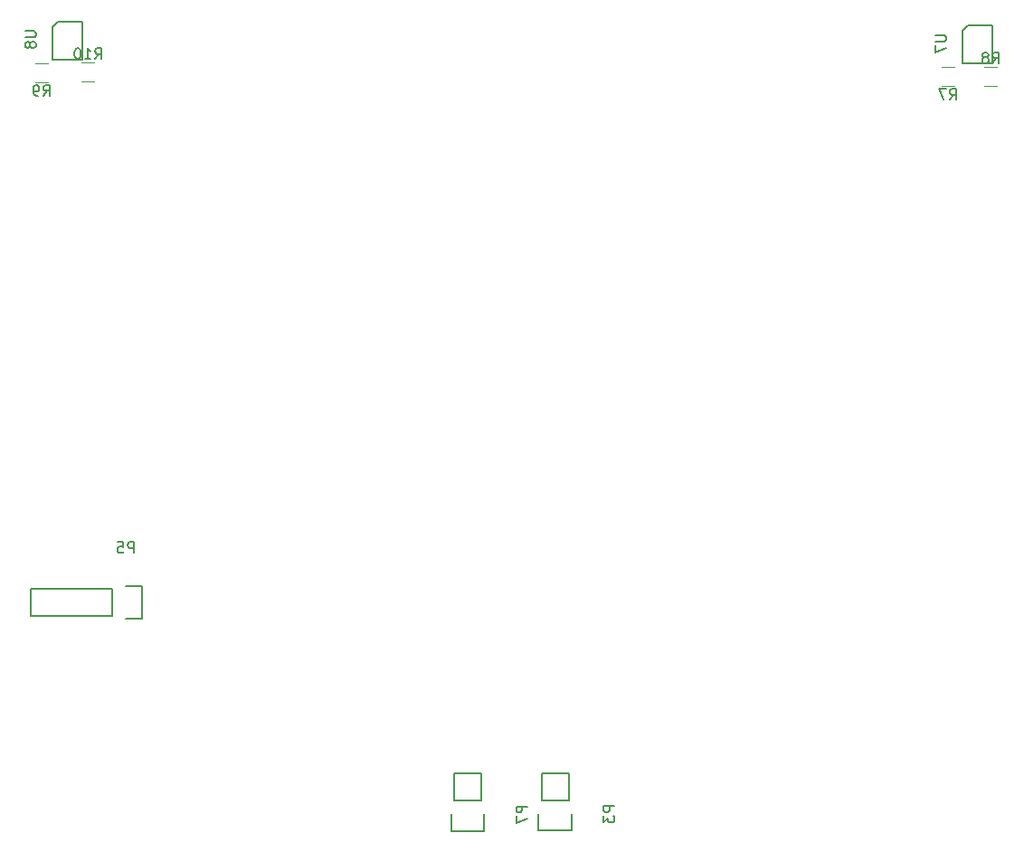
<source format=gbr>
G04 #@! TF.FileFunction,Legend,Bot*
%FSLAX46Y46*%
G04 Gerber Fmt 4.6, Leading zero omitted, Abs format (unit mm)*
G04 Created by KiCad (PCBNEW 4.0.4-stable) date 11/02/17 14:02:35*
%MOMM*%
%LPD*%
G01*
G04 APERTURE LIST*
%ADD10C,0.100000*%
%ADD11C,0.150000*%
%ADD12C,0.120000*%
G04 APERTURE END LIST*
D10*
D11*
X110020000Y-114950000D02*
X102400000Y-114950000D01*
X110020000Y-117490000D02*
X102400000Y-117490000D01*
X112840000Y-117770000D02*
X111290000Y-117770000D01*
X102400000Y-114950000D02*
X102400000Y-117490000D01*
X110020000Y-117490000D02*
X110020000Y-114950000D01*
X111290000Y-114670000D02*
X112840000Y-114670000D01*
X112840000Y-114670000D02*
X112840000Y-117770000D01*
X149930000Y-137580000D02*
X149930000Y-136030000D01*
X150210000Y-132220000D02*
X150210000Y-134760000D01*
X150210000Y-134760000D02*
X152750000Y-134760000D01*
X153030000Y-136030000D02*
X153030000Y-137580000D01*
X153030000Y-137580000D02*
X149930000Y-137580000D01*
X152750000Y-134760000D02*
X152750000Y-132220000D01*
X152750000Y-132220000D02*
X150210000Y-132220000D01*
X141740000Y-137600000D02*
X141740000Y-136050000D01*
X142020000Y-132240000D02*
X142020000Y-134780000D01*
X142020000Y-134780000D02*
X144560000Y-134780000D01*
X144840000Y-136050000D02*
X144840000Y-137600000D01*
X144840000Y-137600000D02*
X141740000Y-137600000D01*
X144560000Y-134780000D02*
X144560000Y-132240000D01*
X144560000Y-132240000D02*
X142020000Y-132240000D01*
X192432000Y-65756000D02*
X192432000Y-62200000D01*
X192432000Y-62200000D02*
X190146000Y-62200000D01*
X190146000Y-62200000D02*
X189638000Y-62708000D01*
X189638000Y-65756000D02*
X192388000Y-65756000D01*
X189638000Y-62700000D02*
X189638000Y-65700000D01*
X107232000Y-65366000D02*
X107232000Y-61810000D01*
X107232000Y-61810000D02*
X104946000Y-61810000D01*
X104946000Y-61810000D02*
X104438000Y-62318000D01*
X104438000Y-65366000D02*
X107188000Y-65366000D01*
X104438000Y-62310000D02*
X104438000Y-65310000D01*
D12*
X188850000Y-66120000D02*
X187650000Y-66120000D01*
X187650000Y-67880000D02*
X188850000Y-67880000D01*
X191650000Y-67880000D02*
X192850000Y-67880000D01*
X192850000Y-66120000D02*
X191650000Y-66120000D01*
X104000000Y-65740000D02*
X102800000Y-65740000D01*
X102800000Y-67500000D02*
X104000000Y-67500000D01*
X107170000Y-67460000D02*
X108370000Y-67460000D01*
X108370000Y-65700000D02*
X107170000Y-65700000D01*
D11*
X112028095Y-111572381D02*
X112028095Y-110572381D01*
X111647142Y-110572381D01*
X111551904Y-110620000D01*
X111504285Y-110667619D01*
X111456666Y-110762857D01*
X111456666Y-110905714D01*
X111504285Y-111000952D01*
X111551904Y-111048571D01*
X111647142Y-111096190D01*
X112028095Y-111096190D01*
X110551904Y-110572381D02*
X111028095Y-110572381D01*
X111075714Y-111048571D01*
X111028095Y-111000952D01*
X110932857Y-110953333D01*
X110694761Y-110953333D01*
X110599523Y-111000952D01*
X110551904Y-111048571D01*
X110504285Y-111143810D01*
X110504285Y-111381905D01*
X110551904Y-111477143D01*
X110599523Y-111524762D01*
X110694761Y-111572381D01*
X110932857Y-111572381D01*
X111028095Y-111524762D01*
X111075714Y-111477143D01*
X157032381Y-135291905D02*
X156032381Y-135291905D01*
X156032381Y-135672858D01*
X156080000Y-135768096D01*
X156127619Y-135815715D01*
X156222857Y-135863334D01*
X156365714Y-135863334D01*
X156460952Y-135815715D01*
X156508571Y-135768096D01*
X156556190Y-135672858D01*
X156556190Y-135291905D01*
X156032381Y-136196667D02*
X156032381Y-136815715D01*
X156413333Y-136482381D01*
X156413333Y-136625239D01*
X156460952Y-136720477D01*
X156508571Y-136768096D01*
X156603810Y-136815715D01*
X156841905Y-136815715D01*
X156937143Y-136768096D01*
X156984762Y-136720477D01*
X157032381Y-136625239D01*
X157032381Y-136339524D01*
X156984762Y-136244286D01*
X156937143Y-136196667D01*
X148842381Y-135311905D02*
X147842381Y-135311905D01*
X147842381Y-135692858D01*
X147890000Y-135788096D01*
X147937619Y-135835715D01*
X148032857Y-135883334D01*
X148175714Y-135883334D01*
X148270952Y-135835715D01*
X148318571Y-135788096D01*
X148366190Y-135692858D01*
X148366190Y-135311905D01*
X147842381Y-136216667D02*
X147842381Y-136883334D01*
X148842381Y-136454762D01*
X187080381Y-63124095D02*
X187889905Y-63124095D01*
X187985143Y-63171714D01*
X188032762Y-63219333D01*
X188080381Y-63314571D01*
X188080381Y-63505048D01*
X188032762Y-63600286D01*
X187985143Y-63647905D01*
X187889905Y-63695524D01*
X187080381Y-63695524D01*
X187080381Y-64076476D02*
X187080381Y-64743143D01*
X188080381Y-64314571D01*
X101880381Y-62734095D02*
X102689905Y-62734095D01*
X102785143Y-62781714D01*
X102832762Y-62829333D01*
X102880381Y-62924571D01*
X102880381Y-63115048D01*
X102832762Y-63210286D01*
X102785143Y-63257905D01*
X102689905Y-63305524D01*
X101880381Y-63305524D01*
X102308952Y-63924571D02*
X102261333Y-63829333D01*
X102213714Y-63781714D01*
X102118476Y-63734095D01*
X102070857Y-63734095D01*
X101975619Y-63781714D01*
X101928000Y-63829333D01*
X101880381Y-63924571D01*
X101880381Y-64115048D01*
X101928000Y-64210286D01*
X101975619Y-64257905D01*
X102070857Y-64305524D01*
X102118476Y-64305524D01*
X102213714Y-64257905D01*
X102261333Y-64210286D01*
X102308952Y-64115048D01*
X102308952Y-63924571D01*
X102356571Y-63829333D01*
X102404190Y-63781714D01*
X102499429Y-63734095D01*
X102689905Y-63734095D01*
X102785143Y-63781714D01*
X102832762Y-63829333D01*
X102880381Y-63924571D01*
X102880381Y-64115048D01*
X102832762Y-64210286D01*
X102785143Y-64257905D01*
X102689905Y-64305524D01*
X102499429Y-64305524D01*
X102404190Y-64257905D01*
X102356571Y-64210286D01*
X102308952Y-64115048D01*
X188416666Y-69152381D02*
X188750000Y-68676190D01*
X188988095Y-69152381D02*
X188988095Y-68152381D01*
X188607142Y-68152381D01*
X188511904Y-68200000D01*
X188464285Y-68247619D01*
X188416666Y-68342857D01*
X188416666Y-68485714D01*
X188464285Y-68580952D01*
X188511904Y-68628571D01*
X188607142Y-68676190D01*
X188988095Y-68676190D01*
X188083333Y-68152381D02*
X187416666Y-68152381D01*
X187845238Y-69152381D01*
X192416666Y-65752381D02*
X192750000Y-65276190D01*
X192988095Y-65752381D02*
X192988095Y-64752381D01*
X192607142Y-64752381D01*
X192511904Y-64800000D01*
X192464285Y-64847619D01*
X192416666Y-64942857D01*
X192416666Y-65085714D01*
X192464285Y-65180952D01*
X192511904Y-65228571D01*
X192607142Y-65276190D01*
X192988095Y-65276190D01*
X191845238Y-65180952D02*
X191940476Y-65133333D01*
X191988095Y-65085714D01*
X192035714Y-64990476D01*
X192035714Y-64942857D01*
X191988095Y-64847619D01*
X191940476Y-64800000D01*
X191845238Y-64752381D01*
X191654761Y-64752381D01*
X191559523Y-64800000D01*
X191511904Y-64847619D01*
X191464285Y-64942857D01*
X191464285Y-64990476D01*
X191511904Y-65085714D01*
X191559523Y-65133333D01*
X191654761Y-65180952D01*
X191845238Y-65180952D01*
X191940476Y-65228571D01*
X191988095Y-65276190D01*
X192035714Y-65371429D01*
X192035714Y-65561905D01*
X191988095Y-65657143D01*
X191940476Y-65704762D01*
X191845238Y-65752381D01*
X191654761Y-65752381D01*
X191559523Y-65704762D01*
X191511904Y-65657143D01*
X191464285Y-65561905D01*
X191464285Y-65371429D01*
X191511904Y-65276190D01*
X191559523Y-65228571D01*
X191654761Y-65180952D01*
X103566666Y-68772381D02*
X103900000Y-68296190D01*
X104138095Y-68772381D02*
X104138095Y-67772381D01*
X103757142Y-67772381D01*
X103661904Y-67820000D01*
X103614285Y-67867619D01*
X103566666Y-67962857D01*
X103566666Y-68105714D01*
X103614285Y-68200952D01*
X103661904Y-68248571D01*
X103757142Y-68296190D01*
X104138095Y-68296190D01*
X103090476Y-68772381D02*
X102900000Y-68772381D01*
X102804761Y-68724762D01*
X102757142Y-68677143D01*
X102661904Y-68534286D01*
X102614285Y-68343810D01*
X102614285Y-67962857D01*
X102661904Y-67867619D01*
X102709523Y-67820000D01*
X102804761Y-67772381D01*
X102995238Y-67772381D01*
X103090476Y-67820000D01*
X103138095Y-67867619D01*
X103185714Y-67962857D01*
X103185714Y-68200952D01*
X103138095Y-68296190D01*
X103090476Y-68343810D01*
X102995238Y-68391429D01*
X102804761Y-68391429D01*
X102709523Y-68343810D01*
X102661904Y-68296190D01*
X102614285Y-68200952D01*
X108412857Y-65332381D02*
X108746191Y-64856190D01*
X108984286Y-65332381D02*
X108984286Y-64332381D01*
X108603333Y-64332381D01*
X108508095Y-64380000D01*
X108460476Y-64427619D01*
X108412857Y-64522857D01*
X108412857Y-64665714D01*
X108460476Y-64760952D01*
X108508095Y-64808571D01*
X108603333Y-64856190D01*
X108984286Y-64856190D01*
X107460476Y-65332381D02*
X108031905Y-65332381D01*
X107746191Y-65332381D02*
X107746191Y-64332381D01*
X107841429Y-64475238D01*
X107936667Y-64570476D01*
X108031905Y-64618095D01*
X106841429Y-64332381D02*
X106746190Y-64332381D01*
X106650952Y-64380000D01*
X106603333Y-64427619D01*
X106555714Y-64522857D01*
X106508095Y-64713333D01*
X106508095Y-64951429D01*
X106555714Y-65141905D01*
X106603333Y-65237143D01*
X106650952Y-65284762D01*
X106746190Y-65332381D01*
X106841429Y-65332381D01*
X106936667Y-65284762D01*
X106984286Y-65237143D01*
X107031905Y-65141905D01*
X107079524Y-64951429D01*
X107079524Y-64713333D01*
X107031905Y-64522857D01*
X106984286Y-64427619D01*
X106936667Y-64380000D01*
X106841429Y-64332381D01*
M02*

</source>
